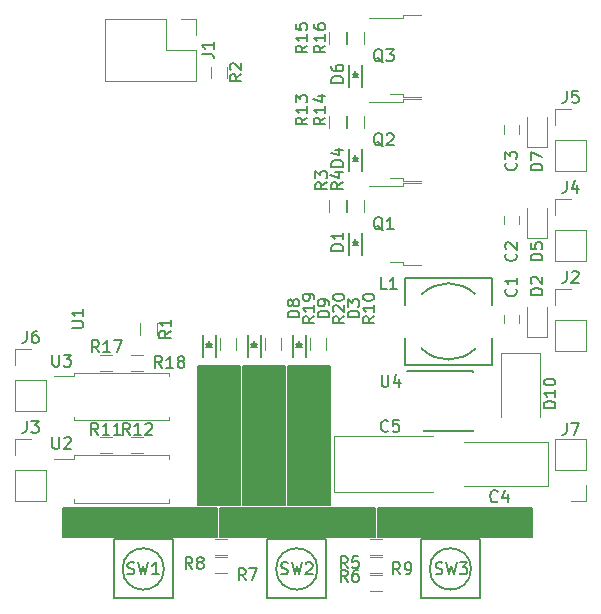
<source format=gto>
G04 #@! TF.GenerationSoftware,KiCad,Pcbnew,5.0.0-rc3-unknown-eaf938c~65~ubuntu16.04.1*
G04 #@! TF.CreationDate,2018-07-22T11:01:41+02:00*
G04 #@! TF.ProjectId,reservoir_controller,7265736572766F69725F636F6E74726F,rev?*
G04 #@! TF.SameCoordinates,Original*
G04 #@! TF.FileFunction,Legend,Top*
G04 #@! TF.FilePolarity,Positive*
%FSLAX46Y46*%
G04 Gerber Fmt 4.6, Leading zero omitted, Abs format (unit mm)*
G04 Created by KiCad (PCBNEW 5.0.0-rc3-unknown-eaf938c~65~ubuntu16.04.1) date Sun Jul 22 11:01:41 2018*
%MOMM*%
%LPD*%
G01*
G04 APERTURE LIST*
%ADD10C,0.150000*%
%ADD11C,0.120000*%
G04 APERTURE END LIST*
D10*
G36*
X31877000Y-44259500D02*
X31877000Y-41846500D01*
X44958000Y-41846500D01*
X44958000Y-44259500D01*
X31877000Y-44259500D01*
G37*
X31877000Y-44259500D02*
X31877000Y-41846500D01*
X44958000Y-41846500D01*
X44958000Y-44259500D01*
X31877000Y-44259500D01*
G36*
X5207000Y-44259500D02*
X5207000Y-41846500D01*
X18288000Y-41846500D01*
X18288000Y-44259500D01*
X5207000Y-44259500D01*
G37*
X5207000Y-44259500D02*
X5207000Y-41846500D01*
X18288000Y-41846500D01*
X18288000Y-44259500D01*
X5207000Y-44259500D01*
G36*
X18542000Y-44259500D02*
X18542000Y-41846500D01*
X31623000Y-41846500D01*
X31623000Y-44259500D01*
X18542000Y-44259500D01*
G37*
X18542000Y-44259500D02*
X18542000Y-41846500D01*
X31623000Y-41846500D01*
X31623000Y-44259500D01*
X18542000Y-44259500D01*
G36*
X24257000Y-29845000D02*
X27813000Y-29845000D01*
X27813000Y-41592500D01*
X24257000Y-41592500D01*
X24257000Y-29845000D01*
G37*
X24257000Y-29845000D02*
X27813000Y-29845000D01*
X27813000Y-41592500D01*
X24257000Y-41592500D01*
X24257000Y-29845000D01*
G36*
X20447000Y-29845000D02*
X24003000Y-29845000D01*
X24003000Y-41592500D01*
X20447000Y-41592500D01*
X20447000Y-29845000D01*
G37*
X20447000Y-29845000D02*
X24003000Y-29845000D01*
X24003000Y-41592500D01*
X20447000Y-41592500D01*
X20447000Y-29845000D01*
G36*
X16637000Y-29845000D02*
X20193000Y-29845000D01*
X20193000Y-41592500D01*
X16637000Y-41592500D01*
X16637000Y-29845000D01*
G37*
X16637000Y-29845000D02*
X20193000Y-29845000D01*
X20193000Y-41592500D01*
X16637000Y-41592500D01*
X16637000Y-29845000D01*
D11*
G04 #@! TO.C,J1*
X16506500Y-448000D02*
X16506500Y-1778000D01*
X15176500Y-448000D02*
X16506500Y-448000D01*
X16506500Y-3048000D02*
X16506500Y-5648000D01*
X13906500Y-3048000D02*
X16506500Y-3048000D01*
X13906500Y-448000D02*
X13906500Y-3048000D01*
X16506500Y-5648000D02*
X8766500Y-5648000D01*
X13906500Y-448000D02*
X8766500Y-448000D01*
X8766500Y-448000D02*
X8766500Y-5648000D01*
D10*
G04 #@! TO.C,L1*
X34196000Y-22385000D02*
X41496000Y-22385000D01*
X41496000Y-29685000D02*
X34196000Y-29685000D01*
X34196000Y-22385000D02*
X34196000Y-24635000D01*
X34196000Y-29685000D02*
X34196000Y-27435000D01*
X41496000Y-22385000D02*
X41496000Y-24635000D01*
X41496000Y-29685000D02*
X41496000Y-27435000D01*
X40132000Y-23749000D02*
G75*
G03X35560000Y-23749000I-2286000J-2286000D01*
G01*
X35560000Y-28321000D02*
G75*
G03X40132000Y-28321000I2286000J2286000D01*
G01*
G04 #@! TO.C,U4*
X35771000Y-30241000D02*
X34371000Y-30241000D01*
X35771000Y-35341000D02*
X39921000Y-35341000D01*
X35771000Y-30191000D02*
X39921000Y-30191000D01*
X35771000Y-35341000D02*
X35771000Y-35196000D01*
X39921000Y-35341000D02*
X39921000Y-35196000D01*
X39921000Y-30191000D02*
X39921000Y-30336000D01*
X35771000Y-30191000D02*
X35771000Y-30241000D01*
G04 #@! TO.C,D3*
X25759500Y-29040000D02*
X25759500Y-27140000D01*
X24659500Y-29040000D02*
X24659500Y-27140000D01*
X25209500Y-28140000D02*
X25209500Y-27690000D01*
X24959500Y-28190000D02*
X25459500Y-28190000D01*
X25209500Y-28190000D02*
X24959500Y-27940000D01*
X24959500Y-27940000D02*
X25459500Y-27940000D01*
X25459500Y-27940000D02*
X25209500Y-28190000D01*
G04 #@! TO.C,D1*
X30522000Y-20404000D02*
X30522000Y-18504000D01*
X29422000Y-20404000D02*
X29422000Y-18504000D01*
X29972000Y-19504000D02*
X29972000Y-19054000D01*
X29722000Y-19554000D02*
X30222000Y-19554000D01*
X29972000Y-19554000D02*
X29722000Y-19304000D01*
X29722000Y-19304000D02*
X30222000Y-19304000D01*
X30222000Y-19304000D02*
X29972000Y-19554000D01*
G04 #@! TO.C,D4*
X30522000Y-13292000D02*
X30522000Y-11392000D01*
X29422000Y-13292000D02*
X29422000Y-11392000D01*
X29972000Y-12392000D02*
X29972000Y-11942000D01*
X29722000Y-12442000D02*
X30222000Y-12442000D01*
X29972000Y-12442000D02*
X29722000Y-12192000D01*
X29722000Y-12192000D02*
X30222000Y-12192000D01*
X30222000Y-12192000D02*
X29972000Y-12442000D01*
G04 #@! TO.C,D6*
X30522000Y-6180000D02*
X30522000Y-4280000D01*
X29422000Y-6180000D02*
X29422000Y-4280000D01*
X29972000Y-5280000D02*
X29972000Y-4830000D01*
X29722000Y-5330000D02*
X30222000Y-5330000D01*
X29972000Y-5330000D02*
X29722000Y-5080000D01*
X29722000Y-5080000D02*
X30222000Y-5080000D01*
X30222000Y-5080000D02*
X29972000Y-5330000D01*
G04 #@! TO.C,D8*
X18139500Y-29040000D02*
X18139500Y-27140000D01*
X17039500Y-29040000D02*
X17039500Y-27140000D01*
X17589500Y-28140000D02*
X17589500Y-27690000D01*
X17339500Y-28190000D02*
X17839500Y-28190000D01*
X17589500Y-28190000D02*
X17339500Y-27940000D01*
X17339500Y-27940000D02*
X17839500Y-27940000D01*
X17839500Y-27940000D02*
X17589500Y-28190000D01*
G04 #@! TO.C,D9*
X21949500Y-29040000D02*
X21949500Y-27140000D01*
X20849500Y-29040000D02*
X20849500Y-27140000D01*
X21399500Y-28140000D02*
X21399500Y-27690000D01*
X21149500Y-28190000D02*
X21649500Y-28190000D01*
X21399500Y-28190000D02*
X21149500Y-27940000D01*
X21149500Y-27940000D02*
X21649500Y-27940000D01*
X21649500Y-27940000D02*
X21399500Y-28190000D01*
G04 #@! TO.C,SW3*
X39750714Y-46990000D02*
G75*
G03X39750714Y-46990000I-1750714J0D01*
G01*
X40500000Y-44490000D02*
X40500000Y-49490000D01*
X35500000Y-44490000D02*
X40500000Y-44490000D01*
X35500000Y-44490000D02*
X35500000Y-49490000D01*
X35500000Y-49490000D02*
X40500000Y-49490000D01*
G04 #@! TO.C,SW1*
X13750714Y-46990000D02*
G75*
G03X13750714Y-46990000I-1750714J0D01*
G01*
X14500000Y-44490000D02*
X14500000Y-49490000D01*
X9500000Y-44490000D02*
X14500000Y-44490000D01*
X9500000Y-44490000D02*
X9500000Y-49490000D01*
X9500000Y-49490000D02*
X14500000Y-49490000D01*
G04 #@! TO.C,SW2*
X22500000Y-49490000D02*
X27500000Y-49490000D01*
X22500000Y-44490000D02*
X22500000Y-49490000D01*
X22500000Y-44490000D02*
X27500000Y-44490000D01*
X27500000Y-44490000D02*
X27500000Y-49490000D01*
X26750714Y-46990000D02*
G75*
G03X26750714Y-46990000I-1750714J0D01*
G01*
D11*
G04 #@! TO.C,C4*
X46264000Y-39950000D02*
X46264000Y-36250000D01*
X46264000Y-36250000D02*
X39164000Y-36250000D01*
X46264000Y-39950000D02*
X39164000Y-39950000D01*
G04 #@! TO.C,C5*
X28143000Y-35700000D02*
X28143000Y-40500000D01*
X28143000Y-40500000D02*
X36543000Y-40500000D01*
X28143000Y-35700000D02*
X36543000Y-35700000D01*
G04 #@! TO.C,D10*
X45592000Y-28731000D02*
X45592000Y-34131000D01*
X42292000Y-28731000D02*
X42292000Y-34131000D01*
X45592000Y-28731000D02*
X42292000Y-28731000D01*
G04 #@! TO.C,R1*
X13126000Y-26170000D02*
X13126000Y-27170000D01*
X11766000Y-27170000D02*
X11766000Y-26170000D01*
G04 #@! TO.C,R2*
X19095000Y-4453000D02*
X19095000Y-5453000D01*
X17735000Y-5453000D02*
X17735000Y-4453000D01*
G04 #@! TO.C,R3*
X27768000Y-16756000D02*
X27768000Y-15756000D01*
X29128000Y-15756000D02*
X29128000Y-16756000D01*
G04 #@! TO.C,R4*
X30652000Y-15756000D02*
X30652000Y-16756000D01*
X29292000Y-16756000D02*
X29292000Y-15756000D01*
G04 #@! TO.C,R5*
X31186500Y-44468500D02*
X32186500Y-44468500D01*
X32186500Y-45828500D02*
X31186500Y-45828500D01*
G04 #@! TO.C,R6*
X32186500Y-48876500D02*
X31186500Y-48876500D01*
X31186500Y-47516500D02*
X32186500Y-47516500D01*
G04 #@! TO.C,R7*
X19105500Y-47352500D02*
X18105500Y-47352500D01*
X18105500Y-45992500D02*
X19105500Y-45992500D01*
G04 #@! TO.C,R8*
X18105500Y-44468500D02*
X19105500Y-44468500D01*
X19105500Y-45828500D02*
X18105500Y-45828500D01*
G04 #@! TO.C,R9*
X31186500Y-45992500D02*
X32186500Y-45992500D01*
X32186500Y-47352500D02*
X31186500Y-47352500D01*
G04 #@! TO.C,R10*
X26117000Y-28440000D02*
X26117000Y-27440000D01*
X27477000Y-27440000D02*
X27477000Y-28440000D01*
G04 #@! TO.C,R13*
X29128000Y-8644000D02*
X29128000Y-9644000D01*
X27768000Y-9644000D02*
X27768000Y-8644000D01*
G04 #@! TO.C,R14*
X29292000Y-9644000D02*
X29292000Y-8644000D01*
X30652000Y-8644000D02*
X30652000Y-9644000D01*
G04 #@! TO.C,R15*
X29128000Y-1532000D02*
X29128000Y-2532000D01*
X27768000Y-2532000D02*
X27768000Y-1532000D01*
G04 #@! TO.C,R16*
X29292000Y-2532000D02*
X29292000Y-1532000D01*
X30652000Y-1532000D02*
X30652000Y-2532000D01*
G04 #@! TO.C,R19*
X18497000Y-28440000D02*
X18497000Y-27440000D01*
X19857000Y-27440000D02*
X19857000Y-28440000D01*
G04 #@! TO.C,R20*
X23667000Y-27440000D02*
X23667000Y-28440000D01*
X22307000Y-28440000D02*
X22307000Y-27440000D01*
G04 #@! TO.C,D2*
X44489000Y-27344500D02*
X46189000Y-27344500D01*
X46189000Y-27344500D02*
X46189000Y-24794500D01*
X44489000Y-27344500D02*
X44489000Y-24794500D01*
G04 #@! TO.C,D5*
X44489000Y-18962500D02*
X44489000Y-16412500D01*
X46189000Y-18962500D02*
X46189000Y-16412500D01*
X44489000Y-18962500D02*
X46189000Y-18962500D01*
G04 #@! TO.C,D7*
X44489000Y-11279000D02*
X46189000Y-11279000D01*
X46189000Y-11279000D02*
X46189000Y-8729000D01*
X44489000Y-11279000D02*
X44489000Y-8729000D01*
G04 #@! TO.C,J2*
X46866500Y-28508000D02*
X49526500Y-28508000D01*
X46866500Y-25908000D02*
X46866500Y-28508000D01*
X49526500Y-25908000D02*
X49526500Y-28508000D01*
X46866500Y-25908000D02*
X49526500Y-25908000D01*
X46866500Y-24638000D02*
X46866500Y-23308000D01*
X46866500Y-23308000D02*
X48196500Y-23308000D01*
G04 #@! TO.C,J4*
X46866500Y-15688000D02*
X48196500Y-15688000D01*
X46866500Y-17018000D02*
X46866500Y-15688000D01*
X46866500Y-18288000D02*
X49526500Y-18288000D01*
X49526500Y-18288000D02*
X49526500Y-20888000D01*
X46866500Y-18288000D02*
X46866500Y-20888000D01*
X46866500Y-20888000D02*
X49526500Y-20888000D01*
G04 #@! TO.C,J5*
X46866500Y-13268000D02*
X49526500Y-13268000D01*
X46866500Y-10668000D02*
X46866500Y-13268000D01*
X49526500Y-10668000D02*
X49526500Y-13268000D01*
X46866500Y-10668000D02*
X49526500Y-10668000D01*
X46866500Y-9398000D02*
X46866500Y-8068000D01*
X46866500Y-8068000D02*
X48196500Y-8068000D01*
G04 #@! TO.C,J7*
X49526500Y-36008000D02*
X46866500Y-36008000D01*
X49526500Y-38608000D02*
X49526500Y-36008000D01*
X46866500Y-38608000D02*
X46866500Y-36008000D01*
X49526500Y-38608000D02*
X46866500Y-38608000D01*
X49526500Y-39878000D02*
X49526500Y-41208000D01*
X49526500Y-41208000D02*
X48196500Y-41208000D01*
G04 #@! TO.C,C1*
X42580000Y-26194500D02*
X42580000Y-25494500D01*
X43780000Y-25494500D02*
X43780000Y-26194500D01*
G04 #@! TO.C,C2*
X42580000Y-17812500D02*
X42580000Y-17112500D01*
X43780000Y-17112500D02*
X43780000Y-17812500D01*
G04 #@! TO.C,C3*
X43780000Y-9429000D02*
X43780000Y-10129000D01*
X42580000Y-10129000D02*
X42580000Y-9429000D01*
G04 #@! TO.C,J3*
X1146500Y-36008000D02*
X2476500Y-36008000D01*
X1146500Y-37338000D02*
X1146500Y-36008000D01*
X1146500Y-38608000D02*
X3806500Y-38608000D01*
X3806500Y-38608000D02*
X3806500Y-41208000D01*
X1146500Y-38608000D02*
X1146500Y-41208000D01*
X1146500Y-41208000D02*
X3806500Y-41208000D01*
G04 #@! TO.C,J6*
X1146500Y-33588000D02*
X3806500Y-33588000D01*
X1146500Y-30988000D02*
X1146500Y-33588000D01*
X3806500Y-30988000D02*
X3806500Y-33588000D01*
X1146500Y-30988000D02*
X3806500Y-30988000D01*
X1146500Y-29718000D02*
X1146500Y-28388000D01*
X1146500Y-28388000D02*
X2476500Y-28388000D01*
G04 #@! TO.C,R11*
X8326500Y-35832500D02*
X9326500Y-35832500D01*
X9326500Y-37192500D02*
X8326500Y-37192500D01*
G04 #@! TO.C,R12*
X11993500Y-37192500D02*
X10993500Y-37192500D01*
X10993500Y-35832500D02*
X11993500Y-35832500D01*
G04 #@! TO.C,R17*
X9326500Y-30207500D02*
X8326500Y-30207500D01*
X8326500Y-28847500D02*
X9326500Y-28847500D01*
G04 #@! TO.C,R18*
X10993500Y-28847500D02*
X11993500Y-28847500D01*
X11993500Y-30207500D02*
X10993500Y-30207500D01*
G04 #@! TO.C,U2*
X6160000Y-37670000D02*
X4460000Y-37670000D01*
X14160000Y-41070000D02*
X14160000Y-41370000D01*
X14160000Y-41370000D02*
X6160000Y-41370000D01*
X6160000Y-41370000D02*
X6160000Y-41070000D01*
X6160000Y-37670000D02*
X6160000Y-37370000D01*
X6160000Y-37370000D02*
X14160000Y-37370000D01*
X14160000Y-37370000D02*
X14160000Y-37670000D01*
G04 #@! TO.C,U3*
X14160000Y-30385000D02*
X14160000Y-30685000D01*
X6160000Y-30385000D02*
X14160000Y-30385000D01*
X6160000Y-30685000D02*
X6160000Y-30385000D01*
X6160000Y-34385000D02*
X6160000Y-34085000D01*
X14160000Y-34385000D02*
X6160000Y-34385000D01*
X14160000Y-34085000D02*
X14160000Y-34385000D01*
X6160000Y-30685000D02*
X4460000Y-30685000D01*
G04 #@! TO.C,Q1*
X35479000Y-14330000D02*
X33979000Y-14330000D01*
X33979000Y-14330000D02*
X33979000Y-14600000D01*
X33979000Y-14600000D02*
X31149000Y-14600000D01*
X35479000Y-21230000D02*
X33979000Y-21230000D01*
X33979000Y-21230000D02*
X33979000Y-20960000D01*
X33979000Y-20960000D02*
X32879000Y-20960000D01*
G04 #@! TO.C,Q2*
X33979000Y-13848000D02*
X32879000Y-13848000D01*
X33979000Y-14118000D02*
X33979000Y-13848000D01*
X35479000Y-14118000D02*
X33979000Y-14118000D01*
X33979000Y-7488000D02*
X31149000Y-7488000D01*
X33979000Y-7218000D02*
X33979000Y-7488000D01*
X35479000Y-7218000D02*
X33979000Y-7218000D01*
G04 #@! TO.C,Q3*
X33979000Y-6736000D02*
X32879000Y-6736000D01*
X33979000Y-7006000D02*
X33979000Y-6736000D01*
X35479000Y-7006000D02*
X33979000Y-7006000D01*
X33979000Y-376000D02*
X31149000Y-376000D01*
X33979000Y-106000D02*
X33979000Y-376000D01*
X35479000Y-106000D02*
X33979000Y-106000D01*
G04 #@! TO.C,J1*
D10*
X16958880Y-3381333D02*
X17673166Y-3381333D01*
X17816023Y-3428952D01*
X17911261Y-3524190D01*
X17958880Y-3667047D01*
X17958880Y-3762285D01*
X17958880Y-2381333D02*
X17958880Y-2952761D01*
X17958880Y-2667047D02*
X16958880Y-2667047D01*
X17101738Y-2762285D01*
X17196976Y-2857523D01*
X17244595Y-2952761D01*
G04 #@! TO.C,L1*
X32599333Y-23312380D02*
X32123142Y-23312380D01*
X32123142Y-22312380D01*
X33456476Y-23312380D02*
X32885047Y-23312380D01*
X33170761Y-23312380D02*
X33170761Y-22312380D01*
X33075523Y-22455238D01*
X32980285Y-22550476D01*
X32885047Y-22598095D01*
G04 #@! TO.C,U4*
X32194595Y-30567380D02*
X32194595Y-31376904D01*
X32242214Y-31472142D01*
X32289833Y-31519761D01*
X32385071Y-31567380D01*
X32575547Y-31567380D01*
X32670785Y-31519761D01*
X32718404Y-31472142D01*
X32766023Y-31376904D01*
X32766023Y-30567380D01*
X33670785Y-30900714D02*
X33670785Y-31567380D01*
X33432690Y-30519761D02*
X33194595Y-31234047D01*
X33813642Y-31234047D01*
G04 #@! TO.C,D3*
X30297380Y-25693595D02*
X29297380Y-25693595D01*
X29297380Y-25455500D01*
X29345000Y-25312642D01*
X29440238Y-25217404D01*
X29535476Y-25169785D01*
X29725952Y-25122166D01*
X29868809Y-25122166D01*
X30059285Y-25169785D01*
X30154523Y-25217404D01*
X30249761Y-25312642D01*
X30297380Y-25455500D01*
X30297380Y-25693595D01*
X29297380Y-24788833D02*
X29297380Y-24169785D01*
X29678333Y-24503119D01*
X29678333Y-24360261D01*
X29725952Y-24265023D01*
X29773571Y-24217404D01*
X29868809Y-24169785D01*
X30106904Y-24169785D01*
X30202142Y-24217404D01*
X30249761Y-24265023D01*
X30297380Y-24360261D01*
X30297380Y-24645976D01*
X30249761Y-24741214D01*
X30202142Y-24788833D01*
G04 #@! TO.C,D1*
X28924380Y-20042095D02*
X27924380Y-20042095D01*
X27924380Y-19804000D01*
X27972000Y-19661142D01*
X28067238Y-19565904D01*
X28162476Y-19518285D01*
X28352952Y-19470666D01*
X28495809Y-19470666D01*
X28686285Y-19518285D01*
X28781523Y-19565904D01*
X28876761Y-19661142D01*
X28924380Y-19804000D01*
X28924380Y-20042095D01*
X28924380Y-18518285D02*
X28924380Y-19089714D01*
X28924380Y-18804000D02*
X27924380Y-18804000D01*
X28067238Y-18899238D01*
X28162476Y-18994476D01*
X28210095Y-19089714D01*
G04 #@! TO.C,D4*
X28924380Y-12930095D02*
X27924380Y-12930095D01*
X27924380Y-12692000D01*
X27972000Y-12549142D01*
X28067238Y-12453904D01*
X28162476Y-12406285D01*
X28352952Y-12358666D01*
X28495809Y-12358666D01*
X28686285Y-12406285D01*
X28781523Y-12453904D01*
X28876761Y-12549142D01*
X28924380Y-12692000D01*
X28924380Y-12930095D01*
X28257714Y-11501523D02*
X28924380Y-11501523D01*
X27876761Y-11739619D02*
X28591047Y-11977714D01*
X28591047Y-11358666D01*
G04 #@! TO.C,D6*
X28924380Y-5818095D02*
X27924380Y-5818095D01*
X27924380Y-5580000D01*
X27972000Y-5437142D01*
X28067238Y-5341904D01*
X28162476Y-5294285D01*
X28352952Y-5246666D01*
X28495809Y-5246666D01*
X28686285Y-5294285D01*
X28781523Y-5341904D01*
X28876761Y-5437142D01*
X28924380Y-5580000D01*
X28924380Y-5818095D01*
X27924380Y-4389523D02*
X27924380Y-4580000D01*
X27972000Y-4675238D01*
X28019619Y-4722857D01*
X28162476Y-4818095D01*
X28352952Y-4865714D01*
X28733904Y-4865714D01*
X28829142Y-4818095D01*
X28876761Y-4770476D01*
X28924380Y-4675238D01*
X28924380Y-4484761D01*
X28876761Y-4389523D01*
X28829142Y-4341904D01*
X28733904Y-4294285D01*
X28495809Y-4294285D01*
X28400571Y-4341904D01*
X28352952Y-4389523D01*
X28305333Y-4484761D01*
X28305333Y-4675238D01*
X28352952Y-4770476D01*
X28400571Y-4818095D01*
X28495809Y-4865714D01*
G04 #@! TO.C,D8*
X25217380Y-25693595D02*
X24217380Y-25693595D01*
X24217380Y-25455500D01*
X24265000Y-25312642D01*
X24360238Y-25217404D01*
X24455476Y-25169785D01*
X24645952Y-25122166D01*
X24788809Y-25122166D01*
X24979285Y-25169785D01*
X25074523Y-25217404D01*
X25169761Y-25312642D01*
X25217380Y-25455500D01*
X25217380Y-25693595D01*
X24645952Y-24550738D02*
X24598333Y-24645976D01*
X24550714Y-24693595D01*
X24455476Y-24741214D01*
X24407857Y-24741214D01*
X24312619Y-24693595D01*
X24265000Y-24645976D01*
X24217380Y-24550738D01*
X24217380Y-24360261D01*
X24265000Y-24265023D01*
X24312619Y-24217404D01*
X24407857Y-24169785D01*
X24455476Y-24169785D01*
X24550714Y-24217404D01*
X24598333Y-24265023D01*
X24645952Y-24360261D01*
X24645952Y-24550738D01*
X24693571Y-24645976D01*
X24741190Y-24693595D01*
X24836428Y-24741214D01*
X25026904Y-24741214D01*
X25122142Y-24693595D01*
X25169761Y-24645976D01*
X25217380Y-24550738D01*
X25217380Y-24360261D01*
X25169761Y-24265023D01*
X25122142Y-24217404D01*
X25026904Y-24169785D01*
X24836428Y-24169785D01*
X24741190Y-24217404D01*
X24693571Y-24265023D01*
X24645952Y-24360261D01*
G04 #@! TO.C,D9*
X27757380Y-25693595D02*
X26757380Y-25693595D01*
X26757380Y-25455500D01*
X26805000Y-25312642D01*
X26900238Y-25217404D01*
X26995476Y-25169785D01*
X27185952Y-25122166D01*
X27328809Y-25122166D01*
X27519285Y-25169785D01*
X27614523Y-25217404D01*
X27709761Y-25312642D01*
X27757380Y-25455500D01*
X27757380Y-25693595D01*
X27757380Y-24645976D02*
X27757380Y-24455500D01*
X27709761Y-24360261D01*
X27662142Y-24312642D01*
X27519285Y-24217404D01*
X27328809Y-24169785D01*
X26947857Y-24169785D01*
X26852619Y-24217404D01*
X26805000Y-24265023D01*
X26757380Y-24360261D01*
X26757380Y-24550738D01*
X26805000Y-24645976D01*
X26852619Y-24693595D01*
X26947857Y-24741214D01*
X27185952Y-24741214D01*
X27281190Y-24693595D01*
X27328809Y-24645976D01*
X27376428Y-24550738D01*
X27376428Y-24360261D01*
X27328809Y-24265023D01*
X27281190Y-24217404D01*
X27185952Y-24169785D01*
G04 #@! TO.C,SW3*
X36766666Y-47394761D02*
X36909523Y-47442380D01*
X37147619Y-47442380D01*
X37242857Y-47394761D01*
X37290476Y-47347142D01*
X37338095Y-47251904D01*
X37338095Y-47156666D01*
X37290476Y-47061428D01*
X37242857Y-47013809D01*
X37147619Y-46966190D01*
X36957142Y-46918571D01*
X36861904Y-46870952D01*
X36814285Y-46823333D01*
X36766666Y-46728095D01*
X36766666Y-46632857D01*
X36814285Y-46537619D01*
X36861904Y-46490000D01*
X36957142Y-46442380D01*
X37195238Y-46442380D01*
X37338095Y-46490000D01*
X37671428Y-46442380D02*
X37909523Y-47442380D01*
X38100000Y-46728095D01*
X38290476Y-47442380D01*
X38528571Y-46442380D01*
X38814285Y-46442380D02*
X39433333Y-46442380D01*
X39100000Y-46823333D01*
X39242857Y-46823333D01*
X39338095Y-46870952D01*
X39385714Y-46918571D01*
X39433333Y-47013809D01*
X39433333Y-47251904D01*
X39385714Y-47347142D01*
X39338095Y-47394761D01*
X39242857Y-47442380D01*
X38957142Y-47442380D01*
X38861904Y-47394761D01*
X38814285Y-47347142D01*
G04 #@! TO.C,SW1*
X10668166Y-47394761D02*
X10811023Y-47442380D01*
X11049119Y-47442380D01*
X11144357Y-47394761D01*
X11191976Y-47347142D01*
X11239595Y-47251904D01*
X11239595Y-47156666D01*
X11191976Y-47061428D01*
X11144357Y-47013809D01*
X11049119Y-46966190D01*
X10858642Y-46918571D01*
X10763404Y-46870952D01*
X10715785Y-46823333D01*
X10668166Y-46728095D01*
X10668166Y-46632857D01*
X10715785Y-46537619D01*
X10763404Y-46490000D01*
X10858642Y-46442380D01*
X11096738Y-46442380D01*
X11239595Y-46490000D01*
X11572928Y-46442380D02*
X11811023Y-47442380D01*
X12001500Y-46728095D01*
X12191976Y-47442380D01*
X12430071Y-46442380D01*
X13334833Y-47442380D02*
X12763404Y-47442380D01*
X13049119Y-47442380D02*
X13049119Y-46442380D01*
X12953880Y-46585238D01*
X12858642Y-46680476D01*
X12763404Y-46728095D01*
G04 #@! TO.C,SW2*
X23666666Y-47394761D02*
X23809523Y-47442380D01*
X24047619Y-47442380D01*
X24142857Y-47394761D01*
X24190476Y-47347142D01*
X24238095Y-47251904D01*
X24238095Y-47156666D01*
X24190476Y-47061428D01*
X24142857Y-47013809D01*
X24047619Y-46966190D01*
X23857142Y-46918571D01*
X23761904Y-46870952D01*
X23714285Y-46823333D01*
X23666666Y-46728095D01*
X23666666Y-46632857D01*
X23714285Y-46537619D01*
X23761904Y-46490000D01*
X23857142Y-46442380D01*
X24095238Y-46442380D01*
X24238095Y-46490000D01*
X24571428Y-46442380D02*
X24809523Y-47442380D01*
X25000000Y-46728095D01*
X25190476Y-47442380D01*
X25428571Y-46442380D01*
X25761904Y-46537619D02*
X25809523Y-46490000D01*
X25904761Y-46442380D01*
X26142857Y-46442380D01*
X26238095Y-46490000D01*
X26285714Y-46537619D01*
X26333333Y-46632857D01*
X26333333Y-46728095D01*
X26285714Y-46870952D01*
X25714285Y-47442380D01*
X26333333Y-47442380D01*
G04 #@! TO.C,C4*
X41997333Y-41251142D02*
X41949714Y-41298761D01*
X41806857Y-41346380D01*
X41711619Y-41346380D01*
X41568761Y-41298761D01*
X41473523Y-41203523D01*
X41425904Y-41108285D01*
X41378285Y-40917809D01*
X41378285Y-40774952D01*
X41425904Y-40584476D01*
X41473523Y-40489238D01*
X41568761Y-40394000D01*
X41711619Y-40346380D01*
X41806857Y-40346380D01*
X41949714Y-40394000D01*
X41997333Y-40441619D01*
X42854476Y-40679714D02*
X42854476Y-41346380D01*
X42616380Y-40298761D02*
X42378285Y-41013047D01*
X42997333Y-41013047D01*
G04 #@! TO.C,C5*
X32726333Y-35282142D02*
X32678714Y-35329761D01*
X32535857Y-35377380D01*
X32440619Y-35377380D01*
X32297761Y-35329761D01*
X32202523Y-35234523D01*
X32154904Y-35139285D01*
X32107285Y-34948809D01*
X32107285Y-34805952D01*
X32154904Y-34615476D01*
X32202523Y-34520238D01*
X32297761Y-34425000D01*
X32440619Y-34377380D01*
X32535857Y-34377380D01*
X32678714Y-34425000D01*
X32726333Y-34472619D01*
X33631095Y-34377380D02*
X33154904Y-34377380D01*
X33107285Y-34853571D01*
X33154904Y-34805952D01*
X33250142Y-34758333D01*
X33488238Y-34758333D01*
X33583476Y-34805952D01*
X33631095Y-34853571D01*
X33678714Y-34948809D01*
X33678714Y-35186904D01*
X33631095Y-35282142D01*
X33583476Y-35329761D01*
X33488238Y-35377380D01*
X33250142Y-35377380D01*
X33154904Y-35329761D01*
X33107285Y-35282142D01*
G04 #@! TO.C,D10*
X46894380Y-33345285D02*
X45894380Y-33345285D01*
X45894380Y-33107190D01*
X45942000Y-32964333D01*
X46037238Y-32869095D01*
X46132476Y-32821476D01*
X46322952Y-32773857D01*
X46465809Y-32773857D01*
X46656285Y-32821476D01*
X46751523Y-32869095D01*
X46846761Y-32964333D01*
X46894380Y-33107190D01*
X46894380Y-33345285D01*
X46894380Y-31821476D02*
X46894380Y-32392904D01*
X46894380Y-32107190D02*
X45894380Y-32107190D01*
X46037238Y-32202428D01*
X46132476Y-32297666D01*
X46180095Y-32392904D01*
X45894380Y-31202428D02*
X45894380Y-31107190D01*
X45942000Y-31011952D01*
X45989619Y-30964333D01*
X46084857Y-30916714D01*
X46275333Y-30869095D01*
X46513428Y-30869095D01*
X46703904Y-30916714D01*
X46799142Y-30964333D01*
X46846761Y-31011952D01*
X46894380Y-31107190D01*
X46894380Y-31202428D01*
X46846761Y-31297666D01*
X46799142Y-31345285D01*
X46703904Y-31392904D01*
X46513428Y-31440523D01*
X46275333Y-31440523D01*
X46084857Y-31392904D01*
X45989619Y-31345285D01*
X45942000Y-31297666D01*
X45894380Y-31202428D01*
G04 #@! TO.C,R1*
X14348380Y-26836666D02*
X13872190Y-27170000D01*
X14348380Y-27408095D02*
X13348380Y-27408095D01*
X13348380Y-27027142D01*
X13396000Y-26931904D01*
X13443619Y-26884285D01*
X13538857Y-26836666D01*
X13681714Y-26836666D01*
X13776952Y-26884285D01*
X13824571Y-26931904D01*
X13872190Y-27027142D01*
X13872190Y-27408095D01*
X14348380Y-25884285D02*
X14348380Y-26455714D01*
X14348380Y-26170000D02*
X13348380Y-26170000D01*
X13491238Y-26265238D01*
X13586476Y-26360476D01*
X13634095Y-26455714D01*
G04 #@! TO.C,R2*
X20317380Y-5119666D02*
X19841190Y-5453000D01*
X20317380Y-5691095D02*
X19317380Y-5691095D01*
X19317380Y-5310142D01*
X19365000Y-5214904D01*
X19412619Y-5167285D01*
X19507857Y-5119666D01*
X19650714Y-5119666D01*
X19745952Y-5167285D01*
X19793571Y-5214904D01*
X19841190Y-5310142D01*
X19841190Y-5691095D01*
X19412619Y-4738714D02*
X19365000Y-4691095D01*
X19317380Y-4595857D01*
X19317380Y-4357761D01*
X19365000Y-4262523D01*
X19412619Y-4214904D01*
X19507857Y-4167285D01*
X19603095Y-4167285D01*
X19745952Y-4214904D01*
X20317380Y-4786333D01*
X20317380Y-4167285D01*
G04 #@! TO.C,R3*
X27566880Y-14263666D02*
X27090690Y-14597000D01*
X27566880Y-14835095D02*
X26566880Y-14835095D01*
X26566880Y-14454142D01*
X26614500Y-14358904D01*
X26662119Y-14311285D01*
X26757357Y-14263666D01*
X26900214Y-14263666D01*
X26995452Y-14311285D01*
X27043071Y-14358904D01*
X27090690Y-14454142D01*
X27090690Y-14835095D01*
X26566880Y-13930333D02*
X26566880Y-13311285D01*
X26947833Y-13644619D01*
X26947833Y-13501761D01*
X26995452Y-13406523D01*
X27043071Y-13358904D01*
X27138309Y-13311285D01*
X27376404Y-13311285D01*
X27471642Y-13358904D01*
X27519261Y-13406523D01*
X27566880Y-13501761D01*
X27566880Y-13787476D01*
X27519261Y-13882714D01*
X27471642Y-13930333D01*
G04 #@! TO.C,R4*
X28900380Y-14263666D02*
X28424190Y-14597000D01*
X28900380Y-14835095D02*
X27900380Y-14835095D01*
X27900380Y-14454142D01*
X27948000Y-14358904D01*
X27995619Y-14311285D01*
X28090857Y-14263666D01*
X28233714Y-14263666D01*
X28328952Y-14311285D01*
X28376571Y-14358904D01*
X28424190Y-14454142D01*
X28424190Y-14835095D01*
X28233714Y-13406523D02*
X28900380Y-13406523D01*
X27852761Y-13644619D02*
X28567047Y-13882714D01*
X28567047Y-13263666D01*
G04 #@! TO.C,R5*
X29297333Y-46934380D02*
X28964000Y-46458190D01*
X28725904Y-46934380D02*
X28725904Y-45934380D01*
X29106857Y-45934380D01*
X29202095Y-45982000D01*
X29249714Y-46029619D01*
X29297333Y-46124857D01*
X29297333Y-46267714D01*
X29249714Y-46362952D01*
X29202095Y-46410571D01*
X29106857Y-46458190D01*
X28725904Y-46458190D01*
X30202095Y-45934380D02*
X29725904Y-45934380D01*
X29678285Y-46410571D01*
X29725904Y-46362952D01*
X29821142Y-46315333D01*
X30059238Y-46315333D01*
X30154476Y-46362952D01*
X30202095Y-46410571D01*
X30249714Y-46505809D01*
X30249714Y-46743904D01*
X30202095Y-46839142D01*
X30154476Y-46886761D01*
X30059238Y-46934380D01*
X29821142Y-46934380D01*
X29725904Y-46886761D01*
X29678285Y-46839142D01*
G04 #@! TO.C,R6*
X29297333Y-48077380D02*
X28964000Y-47601190D01*
X28725904Y-48077380D02*
X28725904Y-47077380D01*
X29106857Y-47077380D01*
X29202095Y-47125000D01*
X29249714Y-47172619D01*
X29297333Y-47267857D01*
X29297333Y-47410714D01*
X29249714Y-47505952D01*
X29202095Y-47553571D01*
X29106857Y-47601190D01*
X28725904Y-47601190D01*
X30154476Y-47077380D02*
X29964000Y-47077380D01*
X29868761Y-47125000D01*
X29821142Y-47172619D01*
X29725904Y-47315476D01*
X29678285Y-47505952D01*
X29678285Y-47886904D01*
X29725904Y-47982142D01*
X29773523Y-48029761D01*
X29868761Y-48077380D01*
X30059238Y-48077380D01*
X30154476Y-48029761D01*
X30202095Y-47982142D01*
X30249714Y-47886904D01*
X30249714Y-47648809D01*
X30202095Y-47553571D01*
X30154476Y-47505952D01*
X30059238Y-47458333D01*
X29868761Y-47458333D01*
X29773523Y-47505952D01*
X29725904Y-47553571D01*
X29678285Y-47648809D01*
G04 #@! TO.C,R7*
X20661333Y-47950380D02*
X20328000Y-47474190D01*
X20089904Y-47950380D02*
X20089904Y-46950380D01*
X20470857Y-46950380D01*
X20566095Y-46998000D01*
X20613714Y-47045619D01*
X20661333Y-47140857D01*
X20661333Y-47283714D01*
X20613714Y-47378952D01*
X20566095Y-47426571D01*
X20470857Y-47474190D01*
X20089904Y-47474190D01*
X20994666Y-46950380D02*
X21661333Y-46950380D01*
X21232761Y-47950380D01*
G04 #@! TO.C,R8*
X16152833Y-46997880D02*
X15819500Y-46521690D01*
X15581404Y-46997880D02*
X15581404Y-45997880D01*
X15962357Y-45997880D01*
X16057595Y-46045500D01*
X16105214Y-46093119D01*
X16152833Y-46188357D01*
X16152833Y-46331214D01*
X16105214Y-46426452D01*
X16057595Y-46474071D01*
X15962357Y-46521690D01*
X15581404Y-46521690D01*
X16724261Y-46426452D02*
X16629023Y-46378833D01*
X16581404Y-46331214D01*
X16533785Y-46235976D01*
X16533785Y-46188357D01*
X16581404Y-46093119D01*
X16629023Y-46045500D01*
X16724261Y-45997880D01*
X16914738Y-45997880D01*
X17009976Y-46045500D01*
X17057595Y-46093119D01*
X17105214Y-46188357D01*
X17105214Y-46235976D01*
X17057595Y-46331214D01*
X17009976Y-46378833D01*
X16914738Y-46426452D01*
X16724261Y-46426452D01*
X16629023Y-46474071D01*
X16581404Y-46521690D01*
X16533785Y-46616928D01*
X16533785Y-46807404D01*
X16581404Y-46902642D01*
X16629023Y-46950261D01*
X16724261Y-46997880D01*
X16914738Y-46997880D01*
X17009976Y-46950261D01*
X17057595Y-46902642D01*
X17105214Y-46807404D01*
X17105214Y-46616928D01*
X17057595Y-46521690D01*
X17009976Y-46474071D01*
X16914738Y-46426452D01*
G04 #@! TO.C,R9*
X33742333Y-47442380D02*
X33409000Y-46966190D01*
X33170904Y-47442380D02*
X33170904Y-46442380D01*
X33551857Y-46442380D01*
X33647095Y-46490000D01*
X33694714Y-46537619D01*
X33742333Y-46632857D01*
X33742333Y-46775714D01*
X33694714Y-46870952D01*
X33647095Y-46918571D01*
X33551857Y-46966190D01*
X33170904Y-46966190D01*
X34218523Y-47442380D02*
X34409000Y-47442380D01*
X34504238Y-47394761D01*
X34551857Y-47347142D01*
X34647095Y-47204285D01*
X34694714Y-47013809D01*
X34694714Y-46632857D01*
X34647095Y-46537619D01*
X34599476Y-46490000D01*
X34504238Y-46442380D01*
X34313761Y-46442380D01*
X34218523Y-46490000D01*
X34170904Y-46537619D01*
X34123285Y-46632857D01*
X34123285Y-46870952D01*
X34170904Y-46966190D01*
X34218523Y-47013809D01*
X34313761Y-47061428D01*
X34504238Y-47061428D01*
X34599476Y-47013809D01*
X34647095Y-46966190D01*
X34694714Y-46870952D01*
G04 #@! TO.C,R10*
X31567380Y-25598357D02*
X31091190Y-25931690D01*
X31567380Y-26169785D02*
X30567380Y-26169785D01*
X30567380Y-25788833D01*
X30615000Y-25693595D01*
X30662619Y-25645976D01*
X30757857Y-25598357D01*
X30900714Y-25598357D01*
X30995952Y-25645976D01*
X31043571Y-25693595D01*
X31091190Y-25788833D01*
X31091190Y-26169785D01*
X31567380Y-24645976D02*
X31567380Y-25217404D01*
X31567380Y-24931690D02*
X30567380Y-24931690D01*
X30710238Y-25026928D01*
X30805476Y-25122166D01*
X30853095Y-25217404D01*
X30567380Y-24026928D02*
X30567380Y-23931690D01*
X30615000Y-23836452D01*
X30662619Y-23788833D01*
X30757857Y-23741214D01*
X30948333Y-23693595D01*
X31186428Y-23693595D01*
X31376904Y-23741214D01*
X31472142Y-23788833D01*
X31519761Y-23836452D01*
X31567380Y-23931690D01*
X31567380Y-24026928D01*
X31519761Y-24122166D01*
X31472142Y-24169785D01*
X31376904Y-24217404D01*
X31186428Y-24265023D01*
X30948333Y-24265023D01*
X30757857Y-24217404D01*
X30662619Y-24169785D01*
X30615000Y-24122166D01*
X30567380Y-24026928D01*
G04 #@! TO.C,R13*
X25905380Y-8770857D02*
X25429190Y-9104190D01*
X25905380Y-9342285D02*
X24905380Y-9342285D01*
X24905380Y-8961333D01*
X24953000Y-8866095D01*
X25000619Y-8818476D01*
X25095857Y-8770857D01*
X25238714Y-8770857D01*
X25333952Y-8818476D01*
X25381571Y-8866095D01*
X25429190Y-8961333D01*
X25429190Y-9342285D01*
X25905380Y-7818476D02*
X25905380Y-8389904D01*
X25905380Y-8104190D02*
X24905380Y-8104190D01*
X25048238Y-8199428D01*
X25143476Y-8294666D01*
X25191095Y-8389904D01*
X24905380Y-7485142D02*
X24905380Y-6866095D01*
X25286333Y-7199428D01*
X25286333Y-7056571D01*
X25333952Y-6961333D01*
X25381571Y-6913714D01*
X25476809Y-6866095D01*
X25714904Y-6866095D01*
X25810142Y-6913714D01*
X25857761Y-6961333D01*
X25905380Y-7056571D01*
X25905380Y-7342285D01*
X25857761Y-7437523D01*
X25810142Y-7485142D01*
G04 #@! TO.C,R14*
X27429380Y-8770857D02*
X26953190Y-9104190D01*
X27429380Y-9342285D02*
X26429380Y-9342285D01*
X26429380Y-8961333D01*
X26477000Y-8866095D01*
X26524619Y-8818476D01*
X26619857Y-8770857D01*
X26762714Y-8770857D01*
X26857952Y-8818476D01*
X26905571Y-8866095D01*
X26953190Y-8961333D01*
X26953190Y-9342285D01*
X27429380Y-7818476D02*
X27429380Y-8389904D01*
X27429380Y-8104190D02*
X26429380Y-8104190D01*
X26572238Y-8199428D01*
X26667476Y-8294666D01*
X26715095Y-8389904D01*
X26762714Y-6961333D02*
X27429380Y-6961333D01*
X26381761Y-7199428D02*
X27096047Y-7437523D01*
X27096047Y-6818476D01*
G04 #@! TO.C,R15*
X25905380Y-2674857D02*
X25429190Y-3008190D01*
X25905380Y-3246285D02*
X24905380Y-3246285D01*
X24905380Y-2865333D01*
X24953000Y-2770095D01*
X25000619Y-2722476D01*
X25095857Y-2674857D01*
X25238714Y-2674857D01*
X25333952Y-2722476D01*
X25381571Y-2770095D01*
X25429190Y-2865333D01*
X25429190Y-3246285D01*
X25905380Y-1722476D02*
X25905380Y-2293904D01*
X25905380Y-2008190D02*
X24905380Y-2008190D01*
X25048238Y-2103428D01*
X25143476Y-2198666D01*
X25191095Y-2293904D01*
X24905380Y-817714D02*
X24905380Y-1293904D01*
X25381571Y-1341523D01*
X25333952Y-1293904D01*
X25286333Y-1198666D01*
X25286333Y-960571D01*
X25333952Y-865333D01*
X25381571Y-817714D01*
X25476809Y-770095D01*
X25714904Y-770095D01*
X25810142Y-817714D01*
X25857761Y-865333D01*
X25905380Y-960571D01*
X25905380Y-1198666D01*
X25857761Y-1293904D01*
X25810142Y-1341523D01*
G04 #@! TO.C,R16*
X27429380Y-2674857D02*
X26953190Y-3008190D01*
X27429380Y-3246285D02*
X26429380Y-3246285D01*
X26429380Y-2865333D01*
X26477000Y-2770095D01*
X26524619Y-2722476D01*
X26619857Y-2674857D01*
X26762714Y-2674857D01*
X26857952Y-2722476D01*
X26905571Y-2770095D01*
X26953190Y-2865333D01*
X26953190Y-3246285D01*
X27429380Y-1722476D02*
X27429380Y-2293904D01*
X27429380Y-2008190D02*
X26429380Y-2008190D01*
X26572238Y-2103428D01*
X26667476Y-2198666D01*
X26715095Y-2293904D01*
X26429380Y-865333D02*
X26429380Y-1055809D01*
X26477000Y-1151047D01*
X26524619Y-1198666D01*
X26667476Y-1293904D01*
X26857952Y-1341523D01*
X27238904Y-1341523D01*
X27334142Y-1293904D01*
X27381761Y-1246285D01*
X27429380Y-1151047D01*
X27429380Y-960571D01*
X27381761Y-865333D01*
X27334142Y-817714D01*
X27238904Y-770095D01*
X27000809Y-770095D01*
X26905571Y-817714D01*
X26857952Y-865333D01*
X26810333Y-960571D01*
X26810333Y-1151047D01*
X26857952Y-1246285D01*
X26905571Y-1293904D01*
X27000809Y-1341523D01*
G04 #@! TO.C,R19*
X26487380Y-25598357D02*
X26011190Y-25931690D01*
X26487380Y-26169785D02*
X25487380Y-26169785D01*
X25487380Y-25788833D01*
X25535000Y-25693595D01*
X25582619Y-25645976D01*
X25677857Y-25598357D01*
X25820714Y-25598357D01*
X25915952Y-25645976D01*
X25963571Y-25693595D01*
X26011190Y-25788833D01*
X26011190Y-26169785D01*
X26487380Y-24645976D02*
X26487380Y-25217404D01*
X26487380Y-24931690D02*
X25487380Y-24931690D01*
X25630238Y-25026928D01*
X25725476Y-25122166D01*
X25773095Y-25217404D01*
X26487380Y-24169785D02*
X26487380Y-23979309D01*
X26439761Y-23884071D01*
X26392142Y-23836452D01*
X26249285Y-23741214D01*
X26058809Y-23693595D01*
X25677857Y-23693595D01*
X25582619Y-23741214D01*
X25535000Y-23788833D01*
X25487380Y-23884071D01*
X25487380Y-24074547D01*
X25535000Y-24169785D01*
X25582619Y-24217404D01*
X25677857Y-24265023D01*
X25915952Y-24265023D01*
X26011190Y-24217404D01*
X26058809Y-24169785D01*
X26106428Y-24074547D01*
X26106428Y-23884071D01*
X26058809Y-23788833D01*
X26011190Y-23741214D01*
X25915952Y-23693595D01*
G04 #@! TO.C,R20*
X29027380Y-25598357D02*
X28551190Y-25931690D01*
X29027380Y-26169785D02*
X28027380Y-26169785D01*
X28027380Y-25788833D01*
X28075000Y-25693595D01*
X28122619Y-25645976D01*
X28217857Y-25598357D01*
X28360714Y-25598357D01*
X28455952Y-25645976D01*
X28503571Y-25693595D01*
X28551190Y-25788833D01*
X28551190Y-26169785D01*
X28122619Y-25217404D02*
X28075000Y-25169785D01*
X28027380Y-25074547D01*
X28027380Y-24836452D01*
X28075000Y-24741214D01*
X28122619Y-24693595D01*
X28217857Y-24645976D01*
X28313095Y-24645976D01*
X28455952Y-24693595D01*
X29027380Y-25265023D01*
X29027380Y-24645976D01*
X28027380Y-24026928D02*
X28027380Y-23931690D01*
X28075000Y-23836452D01*
X28122619Y-23788833D01*
X28217857Y-23741214D01*
X28408333Y-23693595D01*
X28646428Y-23693595D01*
X28836904Y-23741214D01*
X28932142Y-23788833D01*
X28979761Y-23836452D01*
X29027380Y-23931690D01*
X29027380Y-24026928D01*
X28979761Y-24122166D01*
X28932142Y-24169785D01*
X28836904Y-24217404D01*
X28646428Y-24265023D01*
X28408333Y-24265023D01*
X28217857Y-24217404D01*
X28122619Y-24169785D01*
X28075000Y-24122166D01*
X28027380Y-24026928D01*
G04 #@! TO.C,D2*
X45791380Y-23788595D02*
X44791380Y-23788595D01*
X44791380Y-23550500D01*
X44839000Y-23407642D01*
X44934238Y-23312404D01*
X45029476Y-23264785D01*
X45219952Y-23217166D01*
X45362809Y-23217166D01*
X45553285Y-23264785D01*
X45648523Y-23312404D01*
X45743761Y-23407642D01*
X45791380Y-23550500D01*
X45791380Y-23788595D01*
X44886619Y-22836214D02*
X44839000Y-22788595D01*
X44791380Y-22693357D01*
X44791380Y-22455261D01*
X44839000Y-22360023D01*
X44886619Y-22312404D01*
X44981857Y-22264785D01*
X45077095Y-22264785D01*
X45219952Y-22312404D01*
X45791380Y-22883833D01*
X45791380Y-22264785D01*
G04 #@! TO.C,D5*
X45791380Y-20867595D02*
X44791380Y-20867595D01*
X44791380Y-20629500D01*
X44839000Y-20486642D01*
X44934238Y-20391404D01*
X45029476Y-20343785D01*
X45219952Y-20296166D01*
X45362809Y-20296166D01*
X45553285Y-20343785D01*
X45648523Y-20391404D01*
X45743761Y-20486642D01*
X45791380Y-20629500D01*
X45791380Y-20867595D01*
X44791380Y-19391404D02*
X44791380Y-19867595D01*
X45267571Y-19915214D01*
X45219952Y-19867595D01*
X45172333Y-19772357D01*
X45172333Y-19534261D01*
X45219952Y-19439023D01*
X45267571Y-19391404D01*
X45362809Y-19343785D01*
X45600904Y-19343785D01*
X45696142Y-19391404D01*
X45743761Y-19439023D01*
X45791380Y-19534261D01*
X45791380Y-19772357D01*
X45743761Y-19867595D01*
X45696142Y-19915214D01*
G04 #@! TO.C,D7*
X45791380Y-13247595D02*
X44791380Y-13247595D01*
X44791380Y-13009500D01*
X44839000Y-12866642D01*
X44934238Y-12771404D01*
X45029476Y-12723785D01*
X45219952Y-12676166D01*
X45362809Y-12676166D01*
X45553285Y-12723785D01*
X45648523Y-12771404D01*
X45743761Y-12866642D01*
X45791380Y-13009500D01*
X45791380Y-13247595D01*
X44791380Y-12342833D02*
X44791380Y-11676166D01*
X45791380Y-12104738D01*
G04 #@! TO.C,J2*
X47863166Y-21760380D02*
X47863166Y-22474666D01*
X47815547Y-22617523D01*
X47720309Y-22712761D01*
X47577452Y-22760380D01*
X47482214Y-22760380D01*
X48291738Y-21855619D02*
X48339357Y-21808000D01*
X48434595Y-21760380D01*
X48672690Y-21760380D01*
X48767928Y-21808000D01*
X48815547Y-21855619D01*
X48863166Y-21950857D01*
X48863166Y-22046095D01*
X48815547Y-22188952D01*
X48244119Y-22760380D01*
X48863166Y-22760380D01*
G04 #@! TO.C,J4*
X47863166Y-14140380D02*
X47863166Y-14854666D01*
X47815547Y-14997523D01*
X47720309Y-15092761D01*
X47577452Y-15140380D01*
X47482214Y-15140380D01*
X48767928Y-14473714D02*
X48767928Y-15140380D01*
X48529833Y-14092761D02*
X48291738Y-14807047D01*
X48910785Y-14807047D01*
G04 #@! TO.C,J5*
X47863166Y-6520380D02*
X47863166Y-7234666D01*
X47815547Y-7377523D01*
X47720309Y-7472761D01*
X47577452Y-7520380D01*
X47482214Y-7520380D01*
X48815547Y-6520380D02*
X48339357Y-6520380D01*
X48291738Y-6996571D01*
X48339357Y-6948952D01*
X48434595Y-6901333D01*
X48672690Y-6901333D01*
X48767928Y-6948952D01*
X48815547Y-6996571D01*
X48863166Y-7091809D01*
X48863166Y-7329904D01*
X48815547Y-7425142D01*
X48767928Y-7472761D01*
X48672690Y-7520380D01*
X48434595Y-7520380D01*
X48339357Y-7472761D01*
X48291738Y-7425142D01*
G04 #@! TO.C,J7*
X47863166Y-34631380D02*
X47863166Y-35345666D01*
X47815547Y-35488523D01*
X47720309Y-35583761D01*
X47577452Y-35631380D01*
X47482214Y-35631380D01*
X48244119Y-34631380D02*
X48910785Y-34631380D01*
X48482214Y-35631380D01*
G04 #@! TO.C,C1*
X43537142Y-23280666D02*
X43584761Y-23328285D01*
X43632380Y-23471142D01*
X43632380Y-23566380D01*
X43584761Y-23709238D01*
X43489523Y-23804476D01*
X43394285Y-23852095D01*
X43203809Y-23899714D01*
X43060952Y-23899714D01*
X42870476Y-23852095D01*
X42775238Y-23804476D01*
X42680000Y-23709238D01*
X42632380Y-23566380D01*
X42632380Y-23471142D01*
X42680000Y-23328285D01*
X42727619Y-23280666D01*
X43632380Y-22328285D02*
X43632380Y-22899714D01*
X43632380Y-22614000D02*
X42632380Y-22614000D01*
X42775238Y-22709238D01*
X42870476Y-22804476D01*
X42918095Y-22899714D01*
G04 #@! TO.C,C2*
X43537142Y-20296166D02*
X43584761Y-20343785D01*
X43632380Y-20486642D01*
X43632380Y-20581880D01*
X43584761Y-20724738D01*
X43489523Y-20819976D01*
X43394285Y-20867595D01*
X43203809Y-20915214D01*
X43060952Y-20915214D01*
X42870476Y-20867595D01*
X42775238Y-20819976D01*
X42680000Y-20724738D01*
X42632380Y-20581880D01*
X42632380Y-20486642D01*
X42680000Y-20343785D01*
X42727619Y-20296166D01*
X42727619Y-19915214D02*
X42680000Y-19867595D01*
X42632380Y-19772357D01*
X42632380Y-19534261D01*
X42680000Y-19439023D01*
X42727619Y-19391404D01*
X42822857Y-19343785D01*
X42918095Y-19343785D01*
X43060952Y-19391404D01*
X43632380Y-19962833D01*
X43632380Y-19343785D01*
G04 #@! TO.C,C3*
X43537142Y-12612666D02*
X43584761Y-12660285D01*
X43632380Y-12803142D01*
X43632380Y-12898380D01*
X43584761Y-13041238D01*
X43489523Y-13136476D01*
X43394285Y-13184095D01*
X43203809Y-13231714D01*
X43060952Y-13231714D01*
X42870476Y-13184095D01*
X42775238Y-13136476D01*
X42680000Y-13041238D01*
X42632380Y-12898380D01*
X42632380Y-12803142D01*
X42680000Y-12660285D01*
X42727619Y-12612666D01*
X42632380Y-12279333D02*
X42632380Y-11660285D01*
X43013333Y-11993619D01*
X43013333Y-11850761D01*
X43060952Y-11755523D01*
X43108571Y-11707904D01*
X43203809Y-11660285D01*
X43441904Y-11660285D01*
X43537142Y-11707904D01*
X43584761Y-11755523D01*
X43632380Y-11850761D01*
X43632380Y-12136476D01*
X43584761Y-12231714D01*
X43537142Y-12279333D01*
G04 #@! TO.C,U1*
X5928581Y-26580904D02*
X6738105Y-26580904D01*
X6833343Y-26533285D01*
X6880962Y-26485666D01*
X6928581Y-26390428D01*
X6928581Y-26199952D01*
X6880962Y-26104714D01*
X6833343Y-26057095D01*
X6738105Y-26009476D01*
X5928581Y-26009476D01*
X6928581Y-25009476D02*
X6928581Y-25580904D01*
X6928581Y-25295190D02*
X5928581Y-25295190D01*
X6071439Y-25390428D01*
X6166677Y-25485666D01*
X6214296Y-25580904D01*
G04 #@! TO.C,J3*
X2143166Y-34460380D02*
X2143166Y-35174666D01*
X2095547Y-35317523D01*
X2000309Y-35412761D01*
X1857452Y-35460380D01*
X1762214Y-35460380D01*
X2524119Y-34460380D02*
X3143166Y-34460380D01*
X2809833Y-34841333D01*
X2952690Y-34841333D01*
X3047928Y-34888952D01*
X3095547Y-34936571D01*
X3143166Y-35031809D01*
X3143166Y-35269904D01*
X3095547Y-35365142D01*
X3047928Y-35412761D01*
X2952690Y-35460380D01*
X2666976Y-35460380D01*
X2571738Y-35412761D01*
X2524119Y-35365142D01*
G04 #@! TO.C,J6*
X2143166Y-26840380D02*
X2143166Y-27554666D01*
X2095547Y-27697523D01*
X2000309Y-27792761D01*
X1857452Y-27840380D01*
X1762214Y-27840380D01*
X3047928Y-26840380D02*
X2857452Y-26840380D01*
X2762214Y-26888000D01*
X2714595Y-26935619D01*
X2619357Y-27078476D01*
X2571738Y-27268952D01*
X2571738Y-27649904D01*
X2619357Y-27745142D01*
X2666976Y-27792761D01*
X2762214Y-27840380D01*
X2952690Y-27840380D01*
X3047928Y-27792761D01*
X3095547Y-27745142D01*
X3143166Y-27649904D01*
X3143166Y-27411809D01*
X3095547Y-27316571D01*
X3047928Y-27268952D01*
X2952690Y-27221333D01*
X2762214Y-27221333D01*
X2666976Y-27268952D01*
X2619357Y-27316571D01*
X2571738Y-27411809D01*
G04 #@! TO.C,R11*
X8183642Y-35631380D02*
X7850309Y-35155190D01*
X7612214Y-35631380D02*
X7612214Y-34631380D01*
X7993166Y-34631380D01*
X8088404Y-34679000D01*
X8136023Y-34726619D01*
X8183642Y-34821857D01*
X8183642Y-34964714D01*
X8136023Y-35059952D01*
X8088404Y-35107571D01*
X7993166Y-35155190D01*
X7612214Y-35155190D01*
X9136023Y-35631380D02*
X8564595Y-35631380D01*
X8850309Y-35631380D02*
X8850309Y-34631380D01*
X8755071Y-34774238D01*
X8659833Y-34869476D01*
X8564595Y-34917095D01*
X10088404Y-35631380D02*
X9516976Y-35631380D01*
X9802690Y-35631380D02*
X9802690Y-34631380D01*
X9707452Y-34774238D01*
X9612214Y-34869476D01*
X9516976Y-34917095D01*
G04 #@! TO.C,R12*
X10850642Y-35631380D02*
X10517309Y-35155190D01*
X10279214Y-35631380D02*
X10279214Y-34631380D01*
X10660166Y-34631380D01*
X10755404Y-34679000D01*
X10803023Y-34726619D01*
X10850642Y-34821857D01*
X10850642Y-34964714D01*
X10803023Y-35059952D01*
X10755404Y-35107571D01*
X10660166Y-35155190D01*
X10279214Y-35155190D01*
X11803023Y-35631380D02*
X11231595Y-35631380D01*
X11517309Y-35631380D02*
X11517309Y-34631380D01*
X11422071Y-34774238D01*
X11326833Y-34869476D01*
X11231595Y-34917095D01*
X12183976Y-34726619D02*
X12231595Y-34679000D01*
X12326833Y-34631380D01*
X12564928Y-34631380D01*
X12660166Y-34679000D01*
X12707785Y-34726619D01*
X12755404Y-34821857D01*
X12755404Y-34917095D01*
X12707785Y-35059952D01*
X12136357Y-35631380D01*
X12755404Y-35631380D01*
G04 #@! TO.C,R17*
X8247142Y-28646380D02*
X7913809Y-28170190D01*
X7675714Y-28646380D02*
X7675714Y-27646380D01*
X8056666Y-27646380D01*
X8151904Y-27694000D01*
X8199523Y-27741619D01*
X8247142Y-27836857D01*
X8247142Y-27979714D01*
X8199523Y-28074952D01*
X8151904Y-28122571D01*
X8056666Y-28170190D01*
X7675714Y-28170190D01*
X9199523Y-28646380D02*
X8628095Y-28646380D01*
X8913809Y-28646380D02*
X8913809Y-27646380D01*
X8818571Y-27789238D01*
X8723333Y-27884476D01*
X8628095Y-27932095D01*
X9532857Y-27646380D02*
X10199523Y-27646380D01*
X9770952Y-28646380D01*
G04 #@! TO.C,R18*
X13581142Y-29979880D02*
X13247809Y-29503690D01*
X13009714Y-29979880D02*
X13009714Y-28979880D01*
X13390666Y-28979880D01*
X13485904Y-29027500D01*
X13533523Y-29075119D01*
X13581142Y-29170357D01*
X13581142Y-29313214D01*
X13533523Y-29408452D01*
X13485904Y-29456071D01*
X13390666Y-29503690D01*
X13009714Y-29503690D01*
X14533523Y-29979880D02*
X13962095Y-29979880D01*
X14247809Y-29979880D02*
X14247809Y-28979880D01*
X14152571Y-29122738D01*
X14057333Y-29217976D01*
X13962095Y-29265595D01*
X15104952Y-29408452D02*
X15009714Y-29360833D01*
X14962095Y-29313214D01*
X14914476Y-29217976D01*
X14914476Y-29170357D01*
X14962095Y-29075119D01*
X15009714Y-29027500D01*
X15104952Y-28979880D01*
X15295428Y-28979880D01*
X15390666Y-29027500D01*
X15438285Y-29075119D01*
X15485904Y-29170357D01*
X15485904Y-29217976D01*
X15438285Y-29313214D01*
X15390666Y-29360833D01*
X15295428Y-29408452D01*
X15104952Y-29408452D01*
X15009714Y-29456071D01*
X14962095Y-29503690D01*
X14914476Y-29598928D01*
X14914476Y-29789404D01*
X14962095Y-29884642D01*
X15009714Y-29932261D01*
X15104952Y-29979880D01*
X15295428Y-29979880D01*
X15390666Y-29932261D01*
X15438285Y-29884642D01*
X15485904Y-29789404D01*
X15485904Y-29598928D01*
X15438285Y-29503690D01*
X15390666Y-29456071D01*
X15295428Y-29408452D01*
G04 #@! TO.C,U2*
X4318095Y-35837880D02*
X4318095Y-36647404D01*
X4365714Y-36742642D01*
X4413333Y-36790261D01*
X4508571Y-36837880D01*
X4699047Y-36837880D01*
X4794285Y-36790261D01*
X4841904Y-36742642D01*
X4889523Y-36647404D01*
X4889523Y-35837880D01*
X5318095Y-35933119D02*
X5365714Y-35885500D01*
X5460952Y-35837880D01*
X5699047Y-35837880D01*
X5794285Y-35885500D01*
X5841904Y-35933119D01*
X5889523Y-36028357D01*
X5889523Y-36123595D01*
X5841904Y-36266452D01*
X5270476Y-36837880D01*
X5889523Y-36837880D01*
G04 #@! TO.C,U3*
X4318095Y-28852880D02*
X4318095Y-29662404D01*
X4365714Y-29757642D01*
X4413333Y-29805261D01*
X4508571Y-29852880D01*
X4699047Y-29852880D01*
X4794285Y-29805261D01*
X4841904Y-29757642D01*
X4889523Y-29662404D01*
X4889523Y-28852880D01*
X5270476Y-28852880D02*
X5889523Y-28852880D01*
X5556190Y-29233833D01*
X5699047Y-29233833D01*
X5794285Y-29281452D01*
X5841904Y-29329071D01*
X5889523Y-29424309D01*
X5889523Y-29662404D01*
X5841904Y-29757642D01*
X5794285Y-29805261D01*
X5699047Y-29852880D01*
X5413333Y-29852880D01*
X5318095Y-29805261D01*
X5270476Y-29757642D01*
G04 #@! TO.C,Q1*
X32289761Y-18327619D02*
X32194523Y-18280000D01*
X32099285Y-18184761D01*
X31956428Y-18041904D01*
X31861190Y-17994285D01*
X31765952Y-17994285D01*
X31813571Y-18232380D02*
X31718333Y-18184761D01*
X31623095Y-18089523D01*
X31575476Y-17899047D01*
X31575476Y-17565714D01*
X31623095Y-17375238D01*
X31718333Y-17280000D01*
X31813571Y-17232380D01*
X32004047Y-17232380D01*
X32099285Y-17280000D01*
X32194523Y-17375238D01*
X32242142Y-17565714D01*
X32242142Y-17899047D01*
X32194523Y-18089523D01*
X32099285Y-18184761D01*
X32004047Y-18232380D01*
X31813571Y-18232380D01*
X33194523Y-18232380D02*
X32623095Y-18232380D01*
X32908809Y-18232380D02*
X32908809Y-17232380D01*
X32813571Y-17375238D01*
X32718333Y-17470476D01*
X32623095Y-17518095D01*
G04 #@! TO.C,Q2*
X32289761Y-11215619D02*
X32194523Y-11168000D01*
X32099285Y-11072761D01*
X31956428Y-10929904D01*
X31861190Y-10882285D01*
X31765952Y-10882285D01*
X31813571Y-11120380D02*
X31718333Y-11072761D01*
X31623095Y-10977523D01*
X31575476Y-10787047D01*
X31575476Y-10453714D01*
X31623095Y-10263238D01*
X31718333Y-10168000D01*
X31813571Y-10120380D01*
X32004047Y-10120380D01*
X32099285Y-10168000D01*
X32194523Y-10263238D01*
X32242142Y-10453714D01*
X32242142Y-10787047D01*
X32194523Y-10977523D01*
X32099285Y-11072761D01*
X32004047Y-11120380D01*
X31813571Y-11120380D01*
X32623095Y-10215619D02*
X32670714Y-10168000D01*
X32765952Y-10120380D01*
X33004047Y-10120380D01*
X33099285Y-10168000D01*
X33146904Y-10215619D01*
X33194523Y-10310857D01*
X33194523Y-10406095D01*
X33146904Y-10548952D01*
X32575476Y-11120380D01*
X33194523Y-11120380D01*
G04 #@! TO.C,Q3*
X32289761Y-4103619D02*
X32194523Y-4056000D01*
X32099285Y-3960761D01*
X31956428Y-3817904D01*
X31861190Y-3770285D01*
X31765952Y-3770285D01*
X31813571Y-4008380D02*
X31718333Y-3960761D01*
X31623095Y-3865523D01*
X31575476Y-3675047D01*
X31575476Y-3341714D01*
X31623095Y-3151238D01*
X31718333Y-3056000D01*
X31813571Y-3008380D01*
X32004047Y-3008380D01*
X32099285Y-3056000D01*
X32194523Y-3151238D01*
X32242142Y-3341714D01*
X32242142Y-3675047D01*
X32194523Y-3865523D01*
X32099285Y-3960761D01*
X32004047Y-4008380D01*
X31813571Y-4008380D01*
X32575476Y-3008380D02*
X33194523Y-3008380D01*
X32861190Y-3389333D01*
X33004047Y-3389333D01*
X33099285Y-3436952D01*
X33146904Y-3484571D01*
X33194523Y-3579809D01*
X33194523Y-3817904D01*
X33146904Y-3913142D01*
X33099285Y-3960761D01*
X33004047Y-4008380D01*
X32718333Y-4008380D01*
X32623095Y-3960761D01*
X32575476Y-3913142D01*
G04 #@! TD*
M02*

</source>
